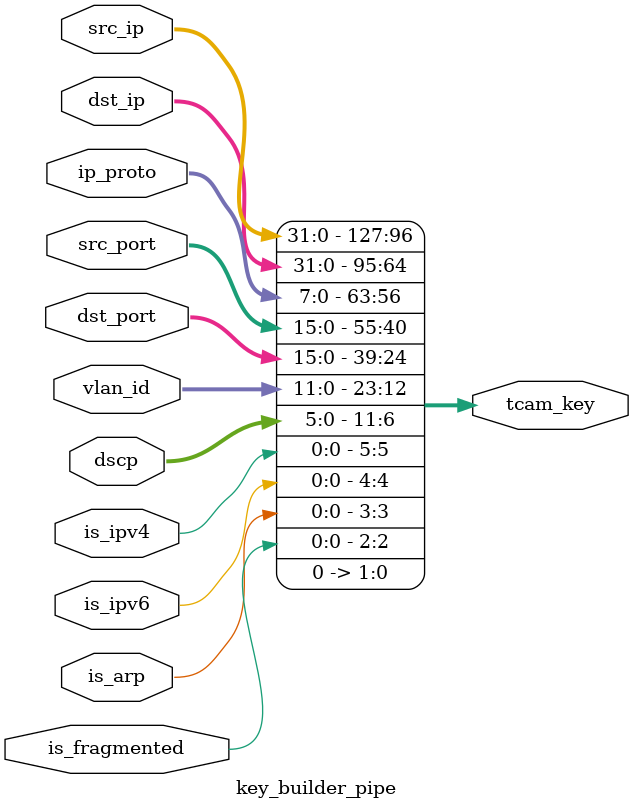
<source format=v>
`timescale 1ns / 1ps

module key_builder_pipe (
            //frst version, some selected metadta frm parser
    input  [31:0] src_ip,
    input  [31:0] dst_ip,
    input  [7:0]  ip_proto,
    input  [15:0] src_port,
    input  [15:0] dst_port,
    input  [11:0] vlan_id,
    input  [5:0]  dscp,

    input         is_ipv4,
    input         is_ipv6,
    input         is_arp,
    input         is_fragmented,

    
    output [127:0] tcam_key
);

    assign tcam_key = {
        src_ip,   // [127:96]
        dst_ip,        // [95:64]
        ip_proto,     // [63:56]
        src_port,        // [55:40]
        dst_port,        // [39:24]
        vlan_id,         // [23:12]
        dscp,            // [11:6]
        is_ipv4,         // [5]
        is_ipv6,         // [4]
        is_arp,          // [3]
        is_fragmented,   // [2]
        2'b00            // [1:0]
    };

endmodule

</source>
